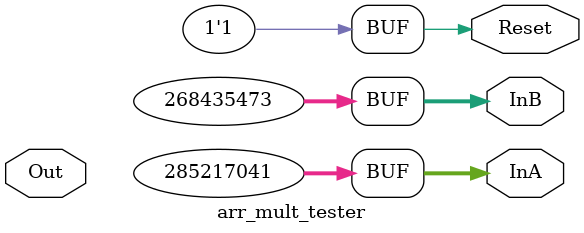
<source format=v>
module arr_mult_tester (InA, InB, Reset, Out);

parameter INPUT_BIT_SIZE = 32;
parameter OUTPUT_BIT_SIZE = (2*INPUT_BIT_SIZE);
parameter ROW_SIZE = INPUT_BIT_SIZE-1;

// Entradas y salidas del modulo
output reg [INPUT_BIT_SIZE-1:0]          InA;
output reg [INPUT_BIT_SIZE-1:0]          InB;
output     reg                           Reset;
input wire [OUTPUT_BIT_SIZE-1:0]    Out;


parameter CLK_CYCLE = 10;   // Duracion de un ciclo de reloj

initial begin
    Reset = 1'b1;
    
    #CLK_CYCLE;     // Se da un ciclo para cargar el valor en Q
    InA = 'h00001111;
    InB = 'h00000111;
    #CLK_CYCLE;     // Se da un ciclo para cargar el valor en Q
    InA = 'h01001111;
    InB = 'h10000111;
    #CLK_CYCLE;     // Se da un ciclo para cargar el valor en Q
    InA = 'h11001111;
    InB = 'h10000011;

    
    
    
    /*InA = 4'b1111;
    InB = 4'b1111;
    #CLK_CYCLE;     // Se da un ciclo para cargar el valor en Q
    InA = 4'b0011;
    InB = 4'b1010;
    #CLK_CYCLE;     // Se da un ciclo para cargar el valor en Q
    InA = 4'b0010;
    InB = 4'b1111;
    #CLK_CYCLE;     // Se da un ciclo para cargar el valor en Q
    InA = 4'b0010;
    InB = 4'b0011;
    #CLK_CYCLE;     // Se da un ciclo para cargar el valor en Q
    InA = 4'b0110;
    InB = 4'b0100;
    #CLK_CYCLE;     // Se da un ciclo para cargar el valor en Q
    InA = 4'b0110;
    InB = 4'b1000;
    #CLK_CYCLE;     // Se da un ciclo para cargar el valor en Q
    InA = 4'b0110;
    InB = 4'b1111;
    */
    
end
endmodule


`include "/home/yenner/Documents/IE0424/Lab2/arr_multiplier_4b_param.v"


// ---------- INICIO MODULO TESTBENCH ----------



module arr_mult_testbench;  // Se definen los cables del testbench

parameter INPUT_BIT_SIZE = 32;
parameter OUTPUT_BIT_SIZE = (2*INPUT_BIT_SIZE);
parameter ROW_SIZE = INPUT_BIT_SIZE-1;

wire   [INPUT_BIT_SIZE-1:0]       InA;
wire  [INPUT_BIT_SIZE-1:0]        InB;
wire          Reset;
wire [OUTPUT_BIT_SIZE-1:0]          Out;

// Instancia del registro desplazable y sus conexiones correspondientes
arr_multiplier_4b dut (.InA(InA), .InB(InB), .Reset(Reset), .Out(Out));

// Instancia del probador y sus conexiones correspondientes
arr_mult_tester tester (.InA(InA), .InB(InB), .Reset(Reset), .Out(Out));

// Salida de resultados para gtkwave
initial begin
    $dumpfile ("Sim_arr_mult_4b.vcd");
    $dumpvars(-1, dut);
end
endmodule
// ---------- FIN MODULO TESTBENCH ----------
</source>
